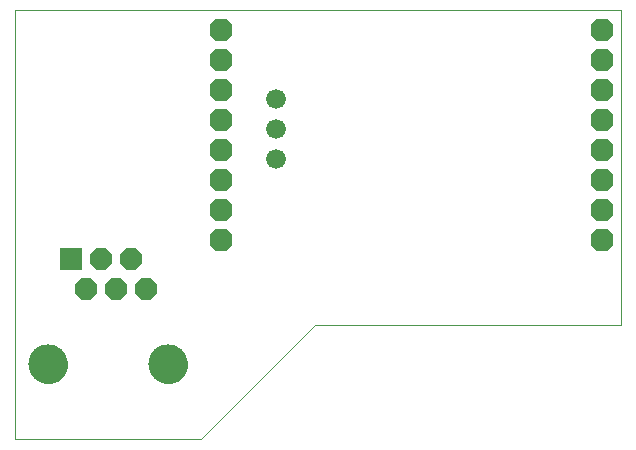
<source format=gbs>
G75*
%MOIN*%
%OFA0B0*%
%FSLAX25Y25*%
%IPPOS*%
%LPD*%
%AMOC8*
5,1,8,0,0,1.08239X$1,22.5*
%
%ADD10C,0.00000*%
%ADD11OC8,0.07600*%
%ADD12C,0.06600*%
%ADD13C,0.13100*%
%ADD14R,0.07200X0.07200*%
%ADD15OC8,0.07200*%
D10*
X0001500Y0001550D02*
X0001500Y0144550D01*
X0203500Y0144550D01*
X0203500Y0039550D01*
X0101500Y0039550D01*
X0063500Y0001550D01*
X0001500Y0001550D01*
X0006250Y0026550D02*
X0006252Y0026708D01*
X0006258Y0026865D01*
X0006268Y0027023D01*
X0006282Y0027180D01*
X0006300Y0027336D01*
X0006321Y0027493D01*
X0006347Y0027648D01*
X0006377Y0027803D01*
X0006410Y0027957D01*
X0006448Y0028110D01*
X0006489Y0028263D01*
X0006534Y0028414D01*
X0006583Y0028564D01*
X0006636Y0028712D01*
X0006692Y0028860D01*
X0006753Y0029005D01*
X0006816Y0029150D01*
X0006884Y0029292D01*
X0006955Y0029433D01*
X0007029Y0029572D01*
X0007107Y0029709D01*
X0007189Y0029844D01*
X0007273Y0029977D01*
X0007362Y0030108D01*
X0007453Y0030236D01*
X0007548Y0030363D01*
X0007645Y0030486D01*
X0007746Y0030608D01*
X0007850Y0030726D01*
X0007957Y0030842D01*
X0008067Y0030955D01*
X0008179Y0031066D01*
X0008295Y0031173D01*
X0008413Y0031278D01*
X0008533Y0031380D01*
X0008656Y0031478D01*
X0008782Y0031574D01*
X0008910Y0031666D01*
X0009040Y0031755D01*
X0009172Y0031841D01*
X0009307Y0031923D01*
X0009444Y0032002D01*
X0009582Y0032077D01*
X0009722Y0032149D01*
X0009865Y0032217D01*
X0010008Y0032282D01*
X0010154Y0032343D01*
X0010301Y0032400D01*
X0010449Y0032454D01*
X0010599Y0032504D01*
X0010749Y0032550D01*
X0010901Y0032592D01*
X0011054Y0032631D01*
X0011208Y0032665D01*
X0011363Y0032696D01*
X0011518Y0032722D01*
X0011674Y0032745D01*
X0011831Y0032764D01*
X0011988Y0032779D01*
X0012145Y0032790D01*
X0012303Y0032797D01*
X0012461Y0032800D01*
X0012618Y0032799D01*
X0012776Y0032794D01*
X0012933Y0032785D01*
X0013091Y0032772D01*
X0013247Y0032755D01*
X0013404Y0032734D01*
X0013559Y0032710D01*
X0013714Y0032681D01*
X0013869Y0032648D01*
X0014022Y0032612D01*
X0014175Y0032571D01*
X0014326Y0032527D01*
X0014476Y0032479D01*
X0014625Y0032428D01*
X0014773Y0032372D01*
X0014919Y0032313D01*
X0015064Y0032250D01*
X0015207Y0032183D01*
X0015348Y0032113D01*
X0015487Y0032040D01*
X0015625Y0031963D01*
X0015761Y0031882D01*
X0015894Y0031798D01*
X0016025Y0031711D01*
X0016154Y0031620D01*
X0016281Y0031526D01*
X0016406Y0031429D01*
X0016527Y0031329D01*
X0016647Y0031226D01*
X0016763Y0031120D01*
X0016877Y0031011D01*
X0016989Y0030899D01*
X0017097Y0030785D01*
X0017202Y0030667D01*
X0017305Y0030547D01*
X0017404Y0030425D01*
X0017500Y0030300D01*
X0017593Y0030172D01*
X0017683Y0030043D01*
X0017769Y0029911D01*
X0017853Y0029777D01*
X0017932Y0029641D01*
X0018009Y0029503D01*
X0018081Y0029363D01*
X0018150Y0029221D01*
X0018216Y0029078D01*
X0018278Y0028933D01*
X0018336Y0028786D01*
X0018391Y0028638D01*
X0018442Y0028489D01*
X0018489Y0028338D01*
X0018532Y0028187D01*
X0018571Y0028034D01*
X0018607Y0027880D01*
X0018638Y0027726D01*
X0018666Y0027571D01*
X0018690Y0027415D01*
X0018710Y0027258D01*
X0018726Y0027101D01*
X0018738Y0026944D01*
X0018746Y0026787D01*
X0018750Y0026629D01*
X0018750Y0026471D01*
X0018746Y0026313D01*
X0018738Y0026156D01*
X0018726Y0025999D01*
X0018710Y0025842D01*
X0018690Y0025685D01*
X0018666Y0025529D01*
X0018638Y0025374D01*
X0018607Y0025220D01*
X0018571Y0025066D01*
X0018532Y0024913D01*
X0018489Y0024762D01*
X0018442Y0024611D01*
X0018391Y0024462D01*
X0018336Y0024314D01*
X0018278Y0024167D01*
X0018216Y0024022D01*
X0018150Y0023879D01*
X0018081Y0023737D01*
X0018009Y0023597D01*
X0017932Y0023459D01*
X0017853Y0023323D01*
X0017769Y0023189D01*
X0017683Y0023057D01*
X0017593Y0022928D01*
X0017500Y0022800D01*
X0017404Y0022675D01*
X0017305Y0022553D01*
X0017202Y0022433D01*
X0017097Y0022315D01*
X0016989Y0022201D01*
X0016877Y0022089D01*
X0016763Y0021980D01*
X0016647Y0021874D01*
X0016527Y0021771D01*
X0016406Y0021671D01*
X0016281Y0021574D01*
X0016154Y0021480D01*
X0016025Y0021389D01*
X0015894Y0021302D01*
X0015761Y0021218D01*
X0015625Y0021137D01*
X0015487Y0021060D01*
X0015348Y0020987D01*
X0015207Y0020917D01*
X0015064Y0020850D01*
X0014919Y0020787D01*
X0014773Y0020728D01*
X0014625Y0020672D01*
X0014476Y0020621D01*
X0014326Y0020573D01*
X0014175Y0020529D01*
X0014022Y0020488D01*
X0013869Y0020452D01*
X0013714Y0020419D01*
X0013559Y0020390D01*
X0013404Y0020366D01*
X0013247Y0020345D01*
X0013091Y0020328D01*
X0012933Y0020315D01*
X0012776Y0020306D01*
X0012618Y0020301D01*
X0012461Y0020300D01*
X0012303Y0020303D01*
X0012145Y0020310D01*
X0011988Y0020321D01*
X0011831Y0020336D01*
X0011674Y0020355D01*
X0011518Y0020378D01*
X0011363Y0020404D01*
X0011208Y0020435D01*
X0011054Y0020469D01*
X0010901Y0020508D01*
X0010749Y0020550D01*
X0010599Y0020596D01*
X0010449Y0020646D01*
X0010301Y0020700D01*
X0010154Y0020757D01*
X0010008Y0020818D01*
X0009865Y0020883D01*
X0009722Y0020951D01*
X0009582Y0021023D01*
X0009444Y0021098D01*
X0009307Y0021177D01*
X0009172Y0021259D01*
X0009040Y0021345D01*
X0008910Y0021434D01*
X0008782Y0021526D01*
X0008656Y0021622D01*
X0008533Y0021720D01*
X0008413Y0021822D01*
X0008295Y0021927D01*
X0008179Y0022034D01*
X0008067Y0022145D01*
X0007957Y0022258D01*
X0007850Y0022374D01*
X0007746Y0022492D01*
X0007645Y0022614D01*
X0007548Y0022737D01*
X0007453Y0022864D01*
X0007362Y0022992D01*
X0007273Y0023123D01*
X0007189Y0023256D01*
X0007107Y0023391D01*
X0007029Y0023528D01*
X0006955Y0023667D01*
X0006884Y0023808D01*
X0006816Y0023950D01*
X0006753Y0024095D01*
X0006692Y0024240D01*
X0006636Y0024388D01*
X0006583Y0024536D01*
X0006534Y0024686D01*
X0006489Y0024837D01*
X0006448Y0024990D01*
X0006410Y0025143D01*
X0006377Y0025297D01*
X0006347Y0025452D01*
X0006321Y0025607D01*
X0006300Y0025764D01*
X0006282Y0025920D01*
X0006268Y0026077D01*
X0006258Y0026235D01*
X0006252Y0026392D01*
X0006250Y0026550D01*
X0046250Y0026550D02*
X0046252Y0026708D01*
X0046258Y0026865D01*
X0046268Y0027023D01*
X0046282Y0027180D01*
X0046300Y0027336D01*
X0046321Y0027493D01*
X0046347Y0027648D01*
X0046377Y0027803D01*
X0046410Y0027957D01*
X0046448Y0028110D01*
X0046489Y0028263D01*
X0046534Y0028414D01*
X0046583Y0028564D01*
X0046636Y0028712D01*
X0046692Y0028860D01*
X0046753Y0029005D01*
X0046816Y0029150D01*
X0046884Y0029292D01*
X0046955Y0029433D01*
X0047029Y0029572D01*
X0047107Y0029709D01*
X0047189Y0029844D01*
X0047273Y0029977D01*
X0047362Y0030108D01*
X0047453Y0030236D01*
X0047548Y0030363D01*
X0047645Y0030486D01*
X0047746Y0030608D01*
X0047850Y0030726D01*
X0047957Y0030842D01*
X0048067Y0030955D01*
X0048179Y0031066D01*
X0048295Y0031173D01*
X0048413Y0031278D01*
X0048533Y0031380D01*
X0048656Y0031478D01*
X0048782Y0031574D01*
X0048910Y0031666D01*
X0049040Y0031755D01*
X0049172Y0031841D01*
X0049307Y0031923D01*
X0049444Y0032002D01*
X0049582Y0032077D01*
X0049722Y0032149D01*
X0049865Y0032217D01*
X0050008Y0032282D01*
X0050154Y0032343D01*
X0050301Y0032400D01*
X0050449Y0032454D01*
X0050599Y0032504D01*
X0050749Y0032550D01*
X0050901Y0032592D01*
X0051054Y0032631D01*
X0051208Y0032665D01*
X0051363Y0032696D01*
X0051518Y0032722D01*
X0051674Y0032745D01*
X0051831Y0032764D01*
X0051988Y0032779D01*
X0052145Y0032790D01*
X0052303Y0032797D01*
X0052461Y0032800D01*
X0052618Y0032799D01*
X0052776Y0032794D01*
X0052933Y0032785D01*
X0053091Y0032772D01*
X0053247Y0032755D01*
X0053404Y0032734D01*
X0053559Y0032710D01*
X0053714Y0032681D01*
X0053869Y0032648D01*
X0054022Y0032612D01*
X0054175Y0032571D01*
X0054326Y0032527D01*
X0054476Y0032479D01*
X0054625Y0032428D01*
X0054773Y0032372D01*
X0054919Y0032313D01*
X0055064Y0032250D01*
X0055207Y0032183D01*
X0055348Y0032113D01*
X0055487Y0032040D01*
X0055625Y0031963D01*
X0055761Y0031882D01*
X0055894Y0031798D01*
X0056025Y0031711D01*
X0056154Y0031620D01*
X0056281Y0031526D01*
X0056406Y0031429D01*
X0056527Y0031329D01*
X0056647Y0031226D01*
X0056763Y0031120D01*
X0056877Y0031011D01*
X0056989Y0030899D01*
X0057097Y0030785D01*
X0057202Y0030667D01*
X0057305Y0030547D01*
X0057404Y0030425D01*
X0057500Y0030300D01*
X0057593Y0030172D01*
X0057683Y0030043D01*
X0057769Y0029911D01*
X0057853Y0029777D01*
X0057932Y0029641D01*
X0058009Y0029503D01*
X0058081Y0029363D01*
X0058150Y0029221D01*
X0058216Y0029078D01*
X0058278Y0028933D01*
X0058336Y0028786D01*
X0058391Y0028638D01*
X0058442Y0028489D01*
X0058489Y0028338D01*
X0058532Y0028187D01*
X0058571Y0028034D01*
X0058607Y0027880D01*
X0058638Y0027726D01*
X0058666Y0027571D01*
X0058690Y0027415D01*
X0058710Y0027258D01*
X0058726Y0027101D01*
X0058738Y0026944D01*
X0058746Y0026787D01*
X0058750Y0026629D01*
X0058750Y0026471D01*
X0058746Y0026313D01*
X0058738Y0026156D01*
X0058726Y0025999D01*
X0058710Y0025842D01*
X0058690Y0025685D01*
X0058666Y0025529D01*
X0058638Y0025374D01*
X0058607Y0025220D01*
X0058571Y0025066D01*
X0058532Y0024913D01*
X0058489Y0024762D01*
X0058442Y0024611D01*
X0058391Y0024462D01*
X0058336Y0024314D01*
X0058278Y0024167D01*
X0058216Y0024022D01*
X0058150Y0023879D01*
X0058081Y0023737D01*
X0058009Y0023597D01*
X0057932Y0023459D01*
X0057853Y0023323D01*
X0057769Y0023189D01*
X0057683Y0023057D01*
X0057593Y0022928D01*
X0057500Y0022800D01*
X0057404Y0022675D01*
X0057305Y0022553D01*
X0057202Y0022433D01*
X0057097Y0022315D01*
X0056989Y0022201D01*
X0056877Y0022089D01*
X0056763Y0021980D01*
X0056647Y0021874D01*
X0056527Y0021771D01*
X0056406Y0021671D01*
X0056281Y0021574D01*
X0056154Y0021480D01*
X0056025Y0021389D01*
X0055894Y0021302D01*
X0055761Y0021218D01*
X0055625Y0021137D01*
X0055487Y0021060D01*
X0055348Y0020987D01*
X0055207Y0020917D01*
X0055064Y0020850D01*
X0054919Y0020787D01*
X0054773Y0020728D01*
X0054625Y0020672D01*
X0054476Y0020621D01*
X0054326Y0020573D01*
X0054175Y0020529D01*
X0054022Y0020488D01*
X0053869Y0020452D01*
X0053714Y0020419D01*
X0053559Y0020390D01*
X0053404Y0020366D01*
X0053247Y0020345D01*
X0053091Y0020328D01*
X0052933Y0020315D01*
X0052776Y0020306D01*
X0052618Y0020301D01*
X0052461Y0020300D01*
X0052303Y0020303D01*
X0052145Y0020310D01*
X0051988Y0020321D01*
X0051831Y0020336D01*
X0051674Y0020355D01*
X0051518Y0020378D01*
X0051363Y0020404D01*
X0051208Y0020435D01*
X0051054Y0020469D01*
X0050901Y0020508D01*
X0050749Y0020550D01*
X0050599Y0020596D01*
X0050449Y0020646D01*
X0050301Y0020700D01*
X0050154Y0020757D01*
X0050008Y0020818D01*
X0049865Y0020883D01*
X0049722Y0020951D01*
X0049582Y0021023D01*
X0049444Y0021098D01*
X0049307Y0021177D01*
X0049172Y0021259D01*
X0049040Y0021345D01*
X0048910Y0021434D01*
X0048782Y0021526D01*
X0048656Y0021622D01*
X0048533Y0021720D01*
X0048413Y0021822D01*
X0048295Y0021927D01*
X0048179Y0022034D01*
X0048067Y0022145D01*
X0047957Y0022258D01*
X0047850Y0022374D01*
X0047746Y0022492D01*
X0047645Y0022614D01*
X0047548Y0022737D01*
X0047453Y0022864D01*
X0047362Y0022992D01*
X0047273Y0023123D01*
X0047189Y0023256D01*
X0047107Y0023391D01*
X0047029Y0023528D01*
X0046955Y0023667D01*
X0046884Y0023808D01*
X0046816Y0023950D01*
X0046753Y0024095D01*
X0046692Y0024240D01*
X0046636Y0024388D01*
X0046583Y0024536D01*
X0046534Y0024686D01*
X0046489Y0024837D01*
X0046448Y0024990D01*
X0046410Y0025143D01*
X0046377Y0025297D01*
X0046347Y0025452D01*
X0046321Y0025607D01*
X0046300Y0025764D01*
X0046282Y0025920D01*
X0046268Y0026077D01*
X0046258Y0026235D01*
X0046252Y0026392D01*
X0046250Y0026550D01*
D11*
X0070000Y0068050D03*
X0070000Y0078050D03*
X0070000Y0088050D03*
X0070000Y0098050D03*
X0070000Y0108050D03*
X0070000Y0118050D03*
X0070000Y0128050D03*
X0070000Y0138050D03*
X0197000Y0138050D03*
X0197000Y0128050D03*
X0197000Y0118050D03*
X0197000Y0108050D03*
X0197000Y0098050D03*
X0197000Y0088050D03*
X0197000Y0078050D03*
X0197000Y0068050D03*
D12*
X0088500Y0095050D03*
X0088500Y0105050D03*
X0088500Y0115050D03*
D13*
X0052500Y0026550D03*
X0012500Y0026550D03*
D14*
X0020000Y0061550D03*
D15*
X0025000Y0051550D03*
X0030000Y0061550D03*
X0035000Y0051550D03*
X0045000Y0051550D03*
X0040000Y0061550D03*
M02*

</source>
